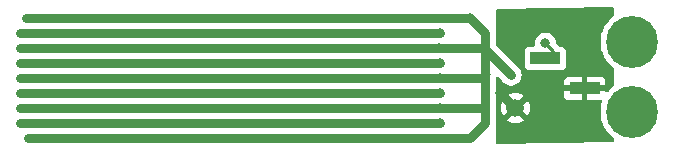
<source format=gbr>
%TF.GenerationSoftware,KiCad,Pcbnew,7.0.10*%
%TF.CreationDate,2024-02-03T21:39:14-08:00*%
%TF.ProjectId,Leak_Detection_PCB,4c65616b-5f44-4657-9465-6374696f6e5f,rev?*%
%TF.SameCoordinates,Original*%
%TF.FileFunction,Copper,L1,Top*%
%TF.FilePolarity,Positive*%
%FSLAX46Y46*%
G04 Gerber Fmt 4.6, Leading zero omitted, Abs format (unit mm)*
G04 Created by KiCad (PCBNEW 7.0.10) date 2024-02-03 21:39:14*
%MOMM*%
%LPD*%
G01*
G04 APERTURE LIST*
%TA.AperFunction,SMDPad,CuDef*%
%ADD10C,1.500000*%
%TD*%
%TA.AperFunction,ComponentPad*%
%ADD11C,4.400000*%
%TD*%
%TA.AperFunction,SMDPad,CuDef*%
%ADD12R,2.510000X1.000000*%
%TD*%
%TA.AperFunction,ViaPad*%
%ADD13C,0.800000*%
%TD*%
%TA.AperFunction,Conductor*%
%ADD14C,0.750000*%
%TD*%
%TA.AperFunction,Conductor*%
%ADD15C,0.250000*%
%TD*%
G04 APERTURE END LIST*
D10*
%TO.P,TP1,1,1*%
%TO.N,VCC*%
X166370000Y-116840000D03*
%TD*%
D11*
%TO.P,H1,1*%
%TO.N,N/C*%
X176276000Y-111252000D03*
%TD*%
D12*
%TO.P,J1,1,Pin_1*%
%TO.N,VCC*%
X172216000Y-115189000D03*
%TO.P,J1,2,Pin_2*%
%TO.N,GND*%
X168906000Y-112649000D03*
%TD*%
D11*
%TO.P,H2,1*%
%TO.N,N/C*%
X176276000Y-117202000D03*
%TD*%
D13*
%TO.N,VCC*%
X160020000Y-118110000D03*
X160020000Y-115570000D03*
X160020000Y-110490000D03*
X165100000Y-115570000D03*
X160020000Y-113030000D03*
%TO.N,GND*%
X162560000Y-119380000D03*
X160020000Y-114300000D03*
X168910000Y-111379000D03*
X165989000Y-114046000D03*
X162560000Y-109220000D03*
X160020000Y-116840000D03*
X159893000Y-111760000D03*
%TD*%
D14*
%TO.N,GND*%
X162560000Y-109220000D02*
X124917200Y-109220000D01*
X125095000Y-119380000D02*
X162560000Y-119380000D01*
%TO.N,VCC*%
X124460000Y-113030000D02*
X160020000Y-113030000D01*
X124460000Y-118110000D02*
X160020000Y-118110000D01*
X124460000Y-110490000D02*
X160020000Y-110490000D01*
X124460000Y-115570000D02*
X160020000Y-115570000D01*
D15*
X172851000Y-115189000D02*
X168021000Y-115189000D01*
X168021000Y-115189000D02*
X166370000Y-116840000D01*
D14*
X165100000Y-115570000D02*
X166370000Y-116840000D01*
%TO.N,GND*%
X163830000Y-111887000D02*
X165989000Y-114046000D01*
X124460000Y-116840000D02*
X163830000Y-116840000D01*
X124460000Y-114300000D02*
X163830000Y-114300000D01*
X163830000Y-111760000D02*
X163830000Y-111887000D01*
D15*
X169541000Y-112010000D02*
X168910000Y-111379000D01*
D14*
X163830000Y-118110000D02*
X163830000Y-116840000D01*
X163830000Y-114300000D02*
X163830000Y-111760000D01*
D15*
X169541000Y-112649000D02*
X169541000Y-112010000D01*
D14*
X163830000Y-110490000D02*
X162560000Y-109220000D01*
X124460000Y-111760000D02*
X163830000Y-111760000D01*
X125730000Y-116840000D02*
X124460000Y-116840000D01*
X163830000Y-111760000D02*
X163830000Y-110490000D01*
X162560000Y-119380000D02*
X163830000Y-118110000D01*
D15*
X164130000Y-114000000D02*
X163830000Y-114300000D01*
D14*
X163830000Y-116840000D02*
X163830000Y-114300000D01*
%TD*%
%TA.AperFunction,Conductor*%
%TO.N,VCC*%
G36*
X174693714Y-108351423D02*
G01*
X174740133Y-108403644D01*
X174752000Y-108456579D01*
X174752000Y-108955015D01*
X174732315Y-109022054D01*
X174704473Y-109052626D01*
X174481960Y-109226954D01*
X174250954Y-109457960D01*
X174049473Y-109715131D01*
X173880454Y-109994723D01*
X173880453Y-109994725D01*
X173746372Y-110292642D01*
X173746366Y-110292657D01*
X173649178Y-110604547D01*
X173590289Y-110925900D01*
X173570564Y-111252000D01*
X173590289Y-111578099D01*
X173649178Y-111899452D01*
X173746366Y-112211342D01*
X173746370Y-112211354D01*
X173746373Y-112211361D01*
X173880455Y-112509279D01*
X174044901Y-112781306D01*
X174049473Y-112788868D01*
X174250954Y-113046039D01*
X174481960Y-113277045D01*
X174481964Y-113277048D01*
X174704473Y-113451373D01*
X174745106Y-113508212D01*
X174752000Y-113548983D01*
X174752000Y-114905015D01*
X174732315Y-114972054D01*
X174704473Y-115002626D01*
X174481960Y-115176954D01*
X174250952Y-115407962D01*
X174250948Y-115407967D01*
X174192610Y-115482430D01*
X174135770Y-115523063D01*
X174065986Y-115526515D01*
X174005413Y-115491691D01*
X173985782Y-115453782D01*
X173971000Y-115439000D01*
X172466000Y-115439000D01*
X172466000Y-116189000D01*
X173518828Y-116189000D01*
X173518842Y-116188999D01*
X173583704Y-116182025D01*
X173652464Y-116194429D01*
X173703602Y-116242039D01*
X173720882Y-116309738D01*
X173715347Y-116342204D01*
X173649176Y-116554555D01*
X173590289Y-116875900D01*
X173570564Y-117202000D01*
X173590289Y-117528099D01*
X173649178Y-117849452D01*
X173746366Y-118161342D01*
X173746370Y-118161354D01*
X173746373Y-118161361D01*
X173880455Y-118459279D01*
X174044901Y-118731306D01*
X174049473Y-118738868D01*
X174250954Y-118996039D01*
X174481960Y-119227045D01*
X174481964Y-119227048D01*
X174704473Y-119401373D01*
X174745106Y-119458212D01*
X174752000Y-119498983D01*
X174752000Y-119638559D01*
X174732315Y-119705598D01*
X174679511Y-119751353D01*
X174629569Y-119762549D01*
X164844569Y-119886410D01*
X164777286Y-119867576D01*
X164730867Y-119815355D01*
X164719000Y-119762420D01*
X164719000Y-117883124D01*
X165680427Y-117883124D01*
X165742612Y-117926666D01*
X165940840Y-118019101D01*
X165940849Y-118019105D01*
X166152105Y-118075710D01*
X166152115Y-118075712D01*
X166369999Y-118094775D01*
X166370001Y-118094775D01*
X166587884Y-118075712D01*
X166587894Y-118075710D01*
X166799150Y-118019105D01*
X166799164Y-118019100D01*
X166997383Y-117926669D01*
X166997385Y-117926668D01*
X167059571Y-117883124D01*
X166370001Y-117193553D01*
X166370000Y-117193553D01*
X165680427Y-117883124D01*
X164719000Y-117883124D01*
X164719000Y-116840000D01*
X165115225Y-116840000D01*
X165134287Y-117057884D01*
X165134289Y-117057894D01*
X165190894Y-117269150D01*
X165190898Y-117269159D01*
X165283333Y-117467387D01*
X165326874Y-117529571D01*
X166016446Y-116840000D01*
X166723553Y-116840000D01*
X167413124Y-117529570D01*
X167456668Y-117467385D01*
X167456669Y-117467383D01*
X167549100Y-117269164D01*
X167549105Y-117269150D01*
X167605710Y-117057894D01*
X167605712Y-117057884D01*
X167624775Y-116840000D01*
X167624775Y-116839999D01*
X167605712Y-116622115D01*
X167605710Y-116622105D01*
X167549105Y-116410849D01*
X167549101Y-116410840D01*
X167456667Y-116212614D01*
X167456666Y-116212612D01*
X167413124Y-116150428D01*
X167413124Y-116150427D01*
X166723553Y-116839999D01*
X166723553Y-116840000D01*
X166016446Y-116840000D01*
X165326874Y-116150428D01*
X165283333Y-116212613D01*
X165190898Y-116410840D01*
X165190894Y-116410849D01*
X165134289Y-116622105D01*
X165134287Y-116622115D01*
X165115225Y-116839999D01*
X165115225Y-116840000D01*
X164719000Y-116840000D01*
X164719000Y-115796874D01*
X165680428Y-115796874D01*
X166370000Y-116486446D01*
X166370001Y-116486446D01*
X167059571Y-115796874D01*
X166997387Y-115753333D01*
X166799159Y-115660898D01*
X166799150Y-115660894D01*
X166587894Y-115604289D01*
X166587884Y-115604287D01*
X166370001Y-115585225D01*
X166369999Y-115585225D01*
X166152115Y-115604287D01*
X166152105Y-115604289D01*
X165940849Y-115660894D01*
X165940840Y-115660898D01*
X165742613Y-115753333D01*
X165680428Y-115796874D01*
X164719000Y-115796874D01*
X164719000Y-115439000D01*
X170461000Y-115439000D01*
X170461000Y-115736844D01*
X170467401Y-115796372D01*
X170467403Y-115796379D01*
X170517645Y-115931086D01*
X170517649Y-115931093D01*
X170603809Y-116046187D01*
X170603812Y-116046190D01*
X170718906Y-116132350D01*
X170718913Y-116132354D01*
X170853620Y-116182596D01*
X170853627Y-116182598D01*
X170913155Y-116188999D01*
X170913172Y-116189000D01*
X171966000Y-116189000D01*
X171966000Y-115439000D01*
X170461000Y-115439000D01*
X164719000Y-115439000D01*
X164719000Y-114313506D01*
X164738685Y-114246467D01*
X164791489Y-114200712D01*
X164860647Y-114190768D01*
X164924203Y-114219793D01*
X164930681Y-114225825D01*
X165208579Y-114503723D01*
X165228285Y-114529404D01*
X165256465Y-114578214D01*
X165383129Y-114718888D01*
X165536265Y-114830148D01*
X165536270Y-114830151D01*
X165709192Y-114907142D01*
X165709197Y-114907144D01*
X165894354Y-114946500D01*
X165894355Y-114946500D01*
X166083644Y-114946500D01*
X166083646Y-114946500D01*
X166118931Y-114939000D01*
X170461000Y-114939000D01*
X171966000Y-114939000D01*
X171966000Y-114189000D01*
X172466000Y-114189000D01*
X172466000Y-114939000D01*
X173971000Y-114939000D01*
X173971000Y-114641172D01*
X173970999Y-114641155D01*
X173964598Y-114581627D01*
X173964596Y-114581620D01*
X173914354Y-114446913D01*
X173914350Y-114446906D01*
X173828190Y-114331812D01*
X173828187Y-114331809D01*
X173713093Y-114245649D01*
X173713086Y-114245645D01*
X173578379Y-114195403D01*
X173578372Y-114195401D01*
X173518844Y-114189000D01*
X172466000Y-114189000D01*
X171966000Y-114189000D01*
X170913155Y-114189000D01*
X170853627Y-114195401D01*
X170853620Y-114195403D01*
X170718913Y-114245645D01*
X170718906Y-114245649D01*
X170603812Y-114331809D01*
X170603809Y-114331812D01*
X170517649Y-114446906D01*
X170517645Y-114446913D01*
X170467403Y-114581620D01*
X170467401Y-114581627D01*
X170461000Y-114641155D01*
X170461000Y-114939000D01*
X166118931Y-114939000D01*
X166268803Y-114907144D01*
X166441730Y-114830151D01*
X166594871Y-114718888D01*
X166721533Y-114578216D01*
X166816179Y-114414284D01*
X166874674Y-114234256D01*
X166894460Y-114046000D01*
X166874674Y-113857744D01*
X166816179Y-113677716D01*
X166721533Y-113513784D01*
X166594871Y-113373112D01*
X166454243Y-113270940D01*
X166439447Y-113258303D01*
X166378014Y-113196870D01*
X167150500Y-113196870D01*
X167150501Y-113196876D01*
X167156908Y-113256483D01*
X167207202Y-113391328D01*
X167207206Y-113391335D01*
X167293452Y-113506544D01*
X167293455Y-113506547D01*
X167408664Y-113592793D01*
X167408671Y-113592797D01*
X167543517Y-113643091D01*
X167543516Y-113643091D01*
X167550444Y-113643835D01*
X167603127Y-113649500D01*
X170208872Y-113649499D01*
X170268483Y-113643091D01*
X170403331Y-113592796D01*
X170518546Y-113506546D01*
X170604796Y-113391331D01*
X170655091Y-113256483D01*
X170661500Y-113196873D01*
X170661499Y-112101128D01*
X170655091Y-112041517D01*
X170604796Y-111906669D01*
X170604795Y-111906668D01*
X170604793Y-111906664D01*
X170518547Y-111791455D01*
X170518544Y-111791452D01*
X170403335Y-111705206D01*
X170403328Y-111705202D01*
X170268482Y-111654908D01*
X170268483Y-111654908D01*
X170208883Y-111648501D01*
X170208881Y-111648500D01*
X170208873Y-111648500D01*
X170208865Y-111648500D01*
X170115452Y-111648500D01*
X170048413Y-111628815D01*
X170027771Y-111612181D01*
X170025006Y-111609416D01*
X170012367Y-111594617D01*
X170000595Y-111578414D01*
X170000594Y-111578412D01*
X169966946Y-111550577D01*
X169958304Y-111542714D01*
X169848959Y-111433368D01*
X169815475Y-111372045D01*
X169813322Y-111358665D01*
X169795674Y-111190744D01*
X169737179Y-111010716D01*
X169642533Y-110846784D01*
X169515871Y-110706112D01*
X169515870Y-110706111D01*
X169362734Y-110594851D01*
X169362729Y-110594848D01*
X169189807Y-110517857D01*
X169189802Y-110517855D01*
X169044001Y-110486865D01*
X169004646Y-110478500D01*
X168815354Y-110478500D01*
X168782897Y-110485398D01*
X168630197Y-110517855D01*
X168630192Y-110517857D01*
X168457270Y-110594848D01*
X168457265Y-110594851D01*
X168304129Y-110706111D01*
X168177466Y-110846785D01*
X168082821Y-111010715D01*
X168082818Y-111010722D01*
X168024327Y-111190740D01*
X168024326Y-111190744D01*
X168017888Y-111252000D01*
X168004540Y-111379000D01*
X168018470Y-111511539D01*
X168005900Y-111580269D01*
X167958168Y-111631292D01*
X167895149Y-111648500D01*
X167603130Y-111648500D01*
X167603123Y-111648501D01*
X167543516Y-111654908D01*
X167408671Y-111705202D01*
X167408664Y-111705206D01*
X167293455Y-111791452D01*
X167293452Y-111791455D01*
X167207206Y-111906664D01*
X167207202Y-111906671D01*
X167156908Y-112041517D01*
X167150671Y-112099537D01*
X167150501Y-112101123D01*
X167150500Y-112101135D01*
X167150500Y-113196870D01*
X166378014Y-113196870D01*
X164755319Y-111574175D01*
X164721834Y-111512852D01*
X164719000Y-111486494D01*
X164719000Y-108580440D01*
X164738685Y-108513401D01*
X164791489Y-108467646D01*
X164841429Y-108456450D01*
X174626432Y-108332589D01*
X174693714Y-108351423D01*
G37*
%TD.AperFunction*%
%TD*%
M02*

</source>
